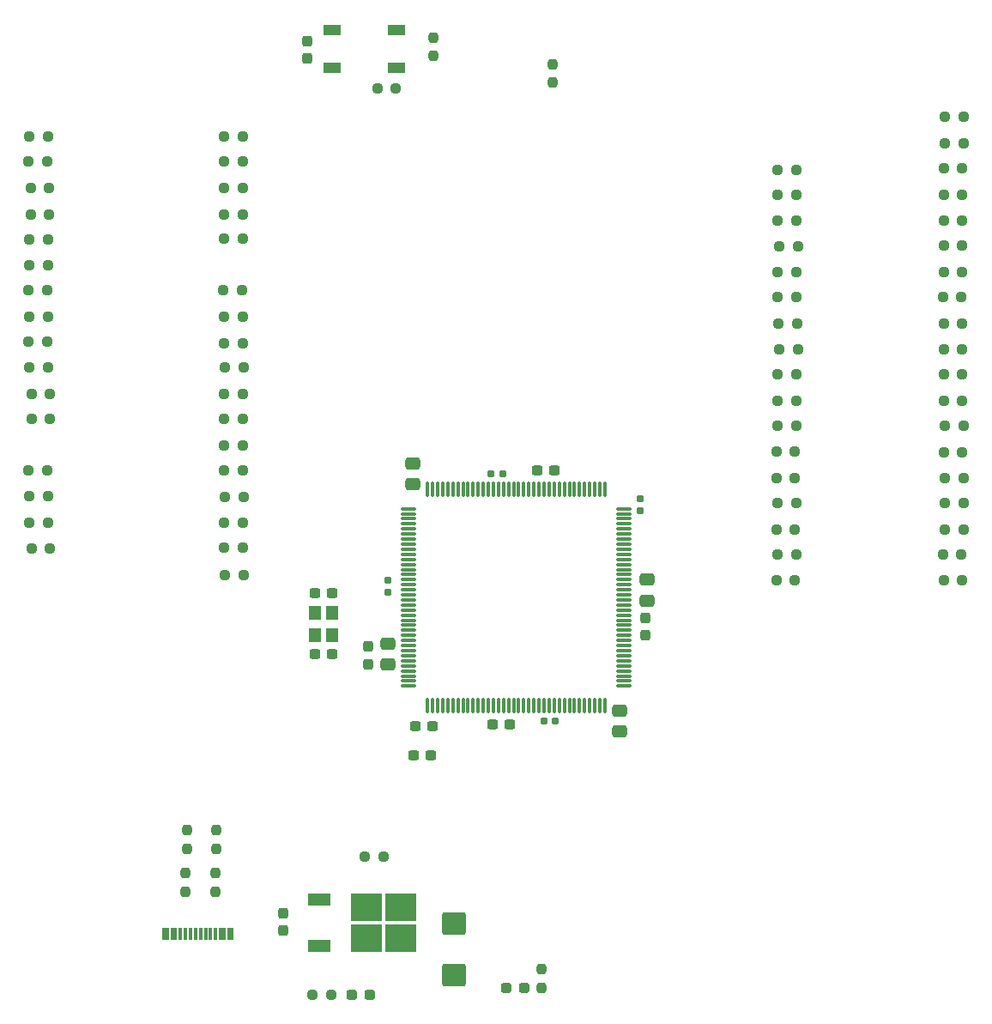
<source format=gtp>
G04 #@! TF.GenerationSoftware,KiCad,Pcbnew,(6.0.9)*
G04 #@! TF.CreationDate,2024-01-31T17:58:44+01:00*
G04 #@! TF.ProjectId,Univerzalni_testovaci_platforma_nejen_pro_IoT_v1,556e6976-6572-47a6-916c-6e695f746573,rev?*
G04 #@! TF.SameCoordinates,Original*
G04 #@! TF.FileFunction,Paste,Top*
G04 #@! TF.FilePolarity,Positive*
%FSLAX46Y46*%
G04 Gerber Fmt 4.6, Leading zero omitted, Abs format (unit mm)*
G04 Created by KiCad (PCBNEW (6.0.9)) date 2024-01-31 17:58:44*
%MOMM*%
%LPD*%
G01*
G04 APERTURE LIST*
G04 Aperture macros list*
%AMRoundRect*
0 Rectangle with rounded corners*
0 $1 Rounding radius*
0 $2 $3 $4 $5 $6 $7 $8 $9 X,Y pos of 4 corners*
0 Add a 4 corners polygon primitive as box body*
4,1,4,$2,$3,$4,$5,$6,$7,$8,$9,$2,$3,0*
0 Add four circle primitives for the rounded corners*
1,1,$1+$1,$2,$3*
1,1,$1+$1,$4,$5*
1,1,$1+$1,$6,$7*
1,1,$1+$1,$8,$9*
0 Add four rect primitives between the rounded corners*
20,1,$1+$1,$2,$3,$4,$5,0*
20,1,$1+$1,$4,$5,$6,$7,0*
20,1,$1+$1,$6,$7,$8,$9,0*
20,1,$1+$1,$8,$9,$2,$3,0*%
G04 Aperture macros list end*
%ADD10RoundRect,0.237500X-0.250000X-0.237500X0.250000X-0.237500X0.250000X0.237500X-0.250000X0.237500X0*%
%ADD11RoundRect,0.237500X0.237500X-0.250000X0.237500X0.250000X-0.237500X0.250000X-0.237500X-0.250000X0*%
%ADD12RoundRect,0.237500X0.250000X0.237500X-0.250000X0.237500X-0.250000X-0.237500X0.250000X-0.237500X0*%
%ADD13RoundRect,0.237500X-0.237500X0.300000X-0.237500X-0.300000X0.237500X-0.300000X0.237500X0.300000X0*%
%ADD14RoundRect,0.155000X0.155000X-0.212500X0.155000X0.212500X-0.155000X0.212500X-0.155000X-0.212500X0*%
%ADD15RoundRect,0.237500X0.237500X-0.300000X0.237500X0.300000X-0.237500X0.300000X-0.237500X-0.300000X0*%
%ADD16RoundRect,0.155000X-0.155000X0.212500X-0.155000X-0.212500X0.155000X-0.212500X0.155000X0.212500X0*%
%ADD17R,0.300000X1.150000*%
%ADD18RoundRect,0.075000X-0.662500X-0.075000X0.662500X-0.075000X0.662500X0.075000X-0.662500X0.075000X0*%
%ADD19RoundRect,0.075000X-0.075000X-0.662500X0.075000X-0.662500X0.075000X0.662500X-0.075000X0.662500X0*%
%ADD20RoundRect,0.237500X0.300000X0.237500X-0.300000X0.237500X-0.300000X-0.237500X0.300000X-0.237500X0*%
%ADD21RoundRect,0.237500X-0.300000X-0.237500X0.300000X-0.237500X0.300000X0.237500X-0.300000X0.237500X0*%
%ADD22R,1.700000X1.000000*%
%ADD23RoundRect,0.250000X-0.475000X0.337500X-0.475000X-0.337500X0.475000X-0.337500X0.475000X0.337500X0*%
%ADD24RoundRect,0.237500X-0.287500X-0.237500X0.287500X-0.237500X0.287500X0.237500X-0.287500X0.237500X0*%
%ADD25RoundRect,0.155000X-0.212500X-0.155000X0.212500X-0.155000X0.212500X0.155000X-0.212500X0.155000X0*%
%ADD26RoundRect,0.250000X0.475000X-0.337500X0.475000X0.337500X-0.475000X0.337500X-0.475000X-0.337500X0*%
%ADD27RoundRect,0.237500X0.287500X0.237500X-0.287500X0.237500X-0.287500X-0.237500X0.287500X-0.237500X0*%
%ADD28R,3.050000X2.750000*%
%ADD29R,2.200000X1.200000*%
%ADD30RoundRect,0.250000X-0.925000X0.875000X-0.925000X-0.875000X0.925000X-0.875000X0.925000X0.875000X0*%
%ADD31RoundRect,0.155000X0.212500X0.155000X-0.212500X0.155000X-0.212500X-0.155000X0.212500X-0.155000X0*%
%ADD32R,1.200000X1.400000*%
G04 APERTURE END LIST*
D10*
G04 #@! TO.C,R5*
X194187500Y-66600000D03*
X196012500Y-66600000D03*
G04 #@! TD*
G04 #@! TO.C,R17*
X194287500Y-97100000D03*
X196112500Y-97100000D03*
G04 #@! TD*
D11*
G04 #@! TO.C,R76*
X122350000Y-137927500D03*
X122350000Y-136102500D03*
G04 #@! TD*
D12*
G04 #@! TO.C,R65*
X179612500Y-89500000D03*
X177787500Y-89500000D03*
G04 #@! TD*
G04 #@! TO.C,R28*
X125112500Y-99000000D03*
X123287500Y-99000000D03*
G04 #@! TD*
G04 #@! TO.C,R53*
X105812500Y-98900000D03*
X103987500Y-98900000D03*
G04 #@! TD*
G04 #@! TO.C,R41*
X105712500Y-65900000D03*
X103887500Y-65900000D03*
G04 #@! TD*
G04 #@! TO.C,R49*
X105812500Y-86200000D03*
X103987500Y-86200000D03*
G04 #@! TD*
D13*
G04 #@! TO.C,C7*
X164700000Y-110937500D03*
X164700000Y-112662500D03*
G04 #@! TD*
D14*
G04 #@! TO.C,C1*
X139300000Y-108367500D03*
X139300000Y-107232500D03*
G04 #@! TD*
D12*
G04 #@! TO.C,R47*
X105812500Y-81200000D03*
X103987500Y-81200000D03*
G04 #@! TD*
D15*
G04 #@! TO.C,C17*
X129000000Y-141762500D03*
X129000000Y-140037500D03*
G04 #@! TD*
D12*
G04 #@! TO.C,R60*
X179612500Y-76800000D03*
X177787500Y-76800000D03*
G04 #@! TD*
G04 #@! TO.C,R43*
X105912500Y-71100000D03*
X104087500Y-71100000D03*
G04 #@! TD*
D10*
G04 #@! TO.C,R7*
X194187500Y-71700000D03*
X196012500Y-71700000D03*
G04 #@! TD*
G04 #@! TO.C,R10*
X194087500Y-79300000D03*
X195912500Y-79300000D03*
G04 #@! TD*
D12*
G04 #@! TO.C,R66*
X179612500Y-92000000D03*
X177787500Y-92000000D03*
G04 #@! TD*
D10*
G04 #@! TO.C,R14*
X194187500Y-89500000D03*
X196012500Y-89500000D03*
G04 #@! TD*
D12*
G04 #@! TO.C,R63*
X179812500Y-84400000D03*
X177987500Y-84400000D03*
G04 #@! TD*
D10*
G04 #@! TO.C,R16*
X194175000Y-94600000D03*
X196000000Y-94600000D03*
G04 #@! TD*
D16*
G04 #@! TO.C,C3*
X164200000Y-99200000D03*
X164200000Y-100335000D03*
G04 #@! TD*
D12*
G04 #@! TO.C,R48*
X105712500Y-83700000D03*
X103887500Y-83700000D03*
G04 #@! TD*
G04 #@! TO.C,R29*
X125012500Y-101500000D03*
X123187500Y-101500000D03*
G04 #@! TD*
G04 #@! TO.C,R23*
X125012500Y-65900000D03*
X123187500Y-65900000D03*
G04 #@! TD*
D17*
G04 #@! TO.C,J6*
X117250000Y-142130000D03*
X118050000Y-142130000D03*
X119350000Y-142130000D03*
X120350000Y-142130000D03*
X120850000Y-142130000D03*
X121850000Y-142130000D03*
X123150000Y-142130000D03*
X123950000Y-142130000D03*
X123650000Y-142130000D03*
X122850000Y-142130000D03*
X122350000Y-142130000D03*
X121350000Y-142130000D03*
X119850000Y-142130000D03*
X118850000Y-142130000D03*
X118350000Y-142130000D03*
X117550000Y-142130000D03*
G04 #@! TD*
D10*
G04 #@! TO.C,R9*
X194175000Y-76800000D03*
X196000000Y-76800000D03*
G04 #@! TD*
D12*
G04 #@! TO.C,R24*
X125012500Y-68500000D03*
X123187500Y-68500000D03*
G04 #@! TD*
D18*
G04 #@! TO.C,U1*
X141337500Y-100150000D03*
X141337500Y-100650000D03*
X141337500Y-101150000D03*
X141337500Y-101650000D03*
X141337500Y-102150000D03*
X141337500Y-102650000D03*
X141337500Y-103150000D03*
X141337500Y-103650000D03*
X141337500Y-104150000D03*
X141337500Y-104650000D03*
X141337500Y-105150000D03*
X141337500Y-105650000D03*
X141337500Y-106150000D03*
X141337500Y-106650000D03*
X141337500Y-107150000D03*
X141337500Y-107650000D03*
X141337500Y-108150000D03*
X141337500Y-108650000D03*
X141337500Y-109150000D03*
X141337500Y-109650000D03*
X141337500Y-110150000D03*
X141337500Y-110650000D03*
X141337500Y-111150000D03*
X141337500Y-111650000D03*
X141337500Y-112150000D03*
X141337500Y-112650000D03*
X141337500Y-113150000D03*
X141337500Y-113650000D03*
X141337500Y-114150000D03*
X141337500Y-114650000D03*
X141337500Y-115150000D03*
X141337500Y-115650000D03*
X141337500Y-116150000D03*
X141337500Y-116650000D03*
X141337500Y-117150000D03*
X141337500Y-117650000D03*
D19*
X143250000Y-119562500D03*
X143750000Y-119562500D03*
X144250000Y-119562500D03*
X144750000Y-119562500D03*
X145250000Y-119562500D03*
X145750000Y-119562500D03*
X146250000Y-119562500D03*
X146750000Y-119562500D03*
X147250000Y-119562500D03*
X147750000Y-119562500D03*
X148250000Y-119562500D03*
X148750000Y-119562500D03*
X149250000Y-119562500D03*
X149750000Y-119562500D03*
X150250000Y-119562500D03*
X150750000Y-119562500D03*
X151250000Y-119562500D03*
X151750000Y-119562500D03*
X152250000Y-119562500D03*
X152750000Y-119562500D03*
X153250000Y-119562500D03*
X153750000Y-119562500D03*
X154250000Y-119562500D03*
X154750000Y-119562500D03*
X155250000Y-119562500D03*
X155750000Y-119562500D03*
X156250000Y-119562500D03*
X156750000Y-119562500D03*
X157250000Y-119562500D03*
X157750000Y-119562500D03*
X158250000Y-119562500D03*
X158750000Y-119562500D03*
X159250000Y-119562500D03*
X159750000Y-119562500D03*
X160250000Y-119562500D03*
X160750000Y-119562500D03*
D18*
X162662500Y-117650000D03*
X162662500Y-117150000D03*
X162662500Y-116650000D03*
X162662500Y-116150000D03*
X162662500Y-115650000D03*
X162662500Y-115150000D03*
X162662500Y-114650000D03*
X162662500Y-114150000D03*
X162662500Y-113650000D03*
X162662500Y-113150000D03*
X162662500Y-112650000D03*
X162662500Y-112150000D03*
X162662500Y-111650000D03*
X162662500Y-111150000D03*
X162662500Y-110650000D03*
X162662500Y-110150000D03*
X162662500Y-109650000D03*
X162662500Y-109150000D03*
X162662500Y-108650000D03*
X162662500Y-108150000D03*
X162662500Y-107650000D03*
X162662500Y-107150000D03*
X162662500Y-106650000D03*
X162662500Y-106150000D03*
X162662500Y-105650000D03*
X162662500Y-105150000D03*
X162662500Y-104650000D03*
X162662500Y-104150000D03*
X162662500Y-103650000D03*
X162662500Y-103150000D03*
X162662500Y-102650000D03*
X162662500Y-102150000D03*
X162662500Y-101650000D03*
X162662500Y-101150000D03*
X162662500Y-100650000D03*
X162662500Y-100150000D03*
D19*
X160750000Y-98237500D03*
X160250000Y-98237500D03*
X159750000Y-98237500D03*
X159250000Y-98237500D03*
X158750000Y-98237500D03*
X158250000Y-98237500D03*
X157750000Y-98237500D03*
X157250000Y-98237500D03*
X156750000Y-98237500D03*
X156250000Y-98237500D03*
X155750000Y-98237500D03*
X155250000Y-98237500D03*
X154750000Y-98237500D03*
X154250000Y-98237500D03*
X153750000Y-98237500D03*
X153250000Y-98237500D03*
X152750000Y-98237500D03*
X152250000Y-98237500D03*
X151750000Y-98237500D03*
X151250000Y-98237500D03*
X150750000Y-98237500D03*
X150250000Y-98237500D03*
X149750000Y-98237500D03*
X149250000Y-98237500D03*
X148750000Y-98237500D03*
X148250000Y-98237500D03*
X147750000Y-98237500D03*
X147250000Y-98237500D03*
X146750000Y-98237500D03*
X146250000Y-98237500D03*
X145750000Y-98237500D03*
X145250000Y-98237500D03*
X144750000Y-98237500D03*
X144250000Y-98237500D03*
X143750000Y-98237500D03*
X143250000Y-98237500D03*
G04 #@! TD*
D12*
G04 #@! TO.C,R70*
X179512500Y-102200000D03*
X177687500Y-102200000D03*
G04 #@! TD*
D11*
G04 #@! TO.C,R39*
X143800000Y-55512500D03*
X143800000Y-53687500D03*
G04 #@! TD*
D12*
G04 #@! TO.C,R22*
X125012500Y-63400000D03*
X123187500Y-63400000D03*
G04 #@! TD*
G04 #@! TO.C,R79*
X138912500Y-134500000D03*
X137087500Y-134500000D03*
G04 #@! TD*
D20*
G04 #@! TO.C,C19*
X133862500Y-114500000D03*
X132137500Y-114500000D03*
G04 #@! TD*
D10*
G04 #@! TO.C,R8*
X194175000Y-74200000D03*
X196000000Y-74200000D03*
G04 #@! TD*
D11*
G04 #@! TO.C,R78*
X122400000Y-133712500D03*
X122400000Y-131887500D03*
G04 #@! TD*
D21*
G04 #@! TO.C,C20*
X132137500Y-108500000D03*
X133862500Y-108500000D03*
G04 #@! TD*
D12*
G04 #@! TO.C,R45*
X105800000Y-76100000D03*
X103975000Y-76100000D03*
G04 #@! TD*
D10*
G04 #@! TO.C,R20*
X194087500Y-104700000D03*
X195912500Y-104700000D03*
G04 #@! TD*
D12*
G04 #@! TO.C,R42*
X105912500Y-68500000D03*
X104087500Y-68500000D03*
G04 #@! TD*
G04 #@! TO.C,R46*
X105712500Y-78600000D03*
X103887500Y-78600000D03*
G04 #@! TD*
D20*
G04 #@! TO.C,C8*
X151362500Y-121400000D03*
X149637500Y-121400000D03*
G04 #@! TD*
D12*
G04 #@! TO.C,R26*
X125012500Y-73500000D03*
X123187500Y-73500000D03*
G04 #@! TD*
G04 #@! TO.C,R34*
X125012500Y-83800000D03*
X123187500Y-83800000D03*
G04 #@! TD*
D22*
G04 #@! TO.C,SW1*
X140150000Y-52900000D03*
X133850000Y-52900000D03*
X140150000Y-56700000D03*
X133850000Y-56700000D03*
G04 #@! TD*
D10*
G04 #@! TO.C,R12*
X194187500Y-84400000D03*
X196012500Y-84400000D03*
G04 #@! TD*
D11*
G04 #@! TO.C,R75*
X119350000Y-137927500D03*
X119350000Y-136102500D03*
G04 #@! TD*
D15*
G04 #@! TO.C,C13*
X137400000Y-115462500D03*
X137400000Y-113737500D03*
G04 #@! TD*
D12*
G04 #@! TO.C,R38*
X125012500Y-93900000D03*
X123187500Y-93900000D03*
G04 #@! TD*
G04 #@! TO.C,R56*
X179612500Y-66700000D03*
X177787500Y-66700000D03*
G04 #@! TD*
G04 #@! TO.C,R61*
X179612500Y-79300000D03*
X177787500Y-79300000D03*
G04 #@! TD*
G04 #@! TO.C,R25*
X125012500Y-71100000D03*
X123187500Y-71100000D03*
G04 #@! TD*
D23*
G04 #@! TO.C,C10*
X164900000Y-107162500D03*
X164900000Y-109237500D03*
G04 #@! TD*
D12*
G04 #@! TO.C,R59*
X179812500Y-74300000D03*
X177987500Y-74300000D03*
G04 #@! TD*
D10*
G04 #@! TO.C,R15*
X194287500Y-92000000D03*
X196112500Y-92000000D03*
G04 #@! TD*
D12*
G04 #@! TO.C,R51*
X106012500Y-91300000D03*
X104187500Y-91300000D03*
G04 #@! TD*
D21*
G04 #@! TO.C,C6*
X154037500Y-96400000D03*
X155762500Y-96400000D03*
G04 #@! TD*
D12*
G04 #@! TO.C,R68*
X179512500Y-97100000D03*
X177687500Y-97100000D03*
G04 #@! TD*
D24*
G04 #@! TO.C,D2*
X135825000Y-148100000D03*
X137575000Y-148100000D03*
G04 #@! TD*
D25*
G04 #@! TO.C,C2*
X149532500Y-96700000D03*
X150667500Y-96700000D03*
G04 #@! TD*
D11*
G04 #@! TO.C,R73*
X154500000Y-147412500D03*
X154500000Y-145587500D03*
G04 #@! TD*
D10*
G04 #@! TO.C,R2*
X138287500Y-58700000D03*
X140112500Y-58700000D03*
G04 #@! TD*
G04 #@! TO.C,R13*
X194187500Y-86900000D03*
X196012500Y-86900000D03*
G04 #@! TD*
D20*
G04 #@! TO.C,C12*
X143562500Y-124500000D03*
X141837500Y-124500000D03*
G04 #@! TD*
D23*
G04 #@! TO.C,C9*
X162200000Y-120062500D03*
X162200000Y-122137500D03*
G04 #@! TD*
D12*
G04 #@! TO.C,R72*
X179512500Y-107200000D03*
X177687500Y-107200000D03*
G04 #@! TD*
G04 #@! TO.C,R50*
X106012500Y-88800000D03*
X104187500Y-88800000D03*
G04 #@! TD*
D26*
G04 #@! TO.C,C14*
X139300000Y-115537500D03*
X139300000Y-113462500D03*
G04 #@! TD*
D27*
G04 #@! TO.C,D1*
X152775000Y-147400000D03*
X151025000Y-147400000D03*
G04 #@! TD*
D12*
G04 #@! TO.C,R58*
X179612500Y-71700000D03*
X177787500Y-71700000D03*
G04 #@! TD*
G04 #@! TO.C,R33*
X125012500Y-81200000D03*
X123187500Y-81200000D03*
G04 #@! TD*
D10*
G04 #@! TO.C,R6*
X194187500Y-69200000D03*
X196012500Y-69200000D03*
G04 #@! TD*
G04 #@! TO.C,R11*
X194187500Y-81900000D03*
X196012500Y-81900000D03*
G04 #@! TD*
D12*
G04 #@! TO.C,R62*
X179712500Y-81900000D03*
X177887500Y-81900000D03*
G04 #@! TD*
D20*
G04 #@! TO.C,C5*
X143762500Y-121600000D03*
X142037500Y-121600000D03*
G04 #@! TD*
D12*
G04 #@! TO.C,R40*
X105812500Y-63400000D03*
X103987500Y-63400000D03*
G04 #@! TD*
D26*
G04 #@! TO.C,C11*
X141800000Y-97737500D03*
X141800000Y-95662500D03*
G04 #@! TD*
D12*
G04 #@! TO.C,R27*
X125012500Y-96400000D03*
X123187500Y-96400000D03*
G04 #@! TD*
D10*
G04 #@! TO.C,R3*
X194287500Y-61500000D03*
X196112500Y-61500000D03*
G04 #@! TD*
D12*
G04 #@! TO.C,R30*
X125012500Y-104000000D03*
X123187500Y-104000000D03*
G04 #@! TD*
D28*
G04 #@! TO.C,U2*
X140575000Y-142525000D03*
X140575000Y-139475000D03*
X137225000Y-139475000D03*
X137225000Y-142525000D03*
D29*
X132600000Y-138720000D03*
X132600000Y-143280000D03*
G04 #@! TD*
D10*
G04 #@! TO.C,R4*
X194287500Y-64100000D03*
X196112500Y-64100000D03*
G04 #@! TD*
D12*
G04 #@! TO.C,R64*
X179612500Y-86900000D03*
X177787500Y-86900000D03*
G04 #@! TD*
G04 #@! TO.C,R32*
X124912500Y-78600000D03*
X123087500Y-78600000D03*
G04 #@! TD*
D10*
G04 #@! TO.C,R21*
X194187500Y-107200000D03*
X196012500Y-107200000D03*
G04 #@! TD*
D12*
G04 #@! TO.C,R57*
X179612500Y-69200000D03*
X177787500Y-69200000D03*
G04 #@! TD*
G04 #@! TO.C,R35*
X125112500Y-86200000D03*
X123287500Y-86200000D03*
G04 #@! TD*
D10*
G04 #@! TO.C,R19*
X194287500Y-102200000D03*
X196112500Y-102200000D03*
G04 #@! TD*
D12*
G04 #@! TO.C,R74*
X133712500Y-148100000D03*
X131887500Y-148100000D03*
G04 #@! TD*
D30*
G04 #@! TO.C,C18*
X145900000Y-141050000D03*
X145900000Y-146150000D03*
G04 #@! TD*
D12*
G04 #@! TO.C,R55*
X106012500Y-104100000D03*
X104187500Y-104100000D03*
G04 #@! TD*
G04 #@! TO.C,R71*
X179612500Y-104700000D03*
X177787500Y-104700000D03*
G04 #@! TD*
G04 #@! TO.C,R37*
X125012500Y-91300000D03*
X123187500Y-91300000D03*
G04 #@! TD*
D15*
G04 #@! TO.C,C15*
X131400000Y-55762500D03*
X131400000Y-54037500D03*
G04 #@! TD*
D31*
G04 #@! TO.C,C4*
X155867500Y-121100000D03*
X154732500Y-121100000D03*
G04 #@! TD*
D12*
G04 #@! TO.C,R52*
X105712500Y-96400000D03*
X103887500Y-96400000D03*
G04 #@! TD*
G04 #@! TO.C,R54*
X105800000Y-101500000D03*
X103975000Y-101500000D03*
G04 #@! TD*
D11*
G04 #@! TO.C,R77*
X119500000Y-133712500D03*
X119500000Y-131887500D03*
G04 #@! TD*
D12*
G04 #@! TO.C,R31*
X125112500Y-106700000D03*
X123287500Y-106700000D03*
G04 #@! TD*
D10*
G04 #@! TO.C,R18*
X194287500Y-99600000D03*
X196112500Y-99600000D03*
G04 #@! TD*
D12*
G04 #@! TO.C,R44*
X105812500Y-73600000D03*
X103987500Y-73600000D03*
G04 #@! TD*
G04 #@! TO.C,R36*
X125000000Y-88800000D03*
X123175000Y-88800000D03*
G04 #@! TD*
G04 #@! TO.C,R67*
X179512500Y-94500000D03*
X177687500Y-94500000D03*
G04 #@! TD*
D11*
G04 #@! TO.C,R1*
X155600000Y-58112500D03*
X155600000Y-56287500D03*
G04 #@! TD*
D32*
G04 #@! TO.C,Y1*
X133850000Y-112600000D03*
X133850000Y-110400000D03*
X132150000Y-110400000D03*
X132150000Y-112600000D03*
G04 #@! TD*
D12*
G04 #@! TO.C,R69*
X179612500Y-99600000D03*
X177787500Y-99600000D03*
G04 #@! TD*
M02*

</source>
